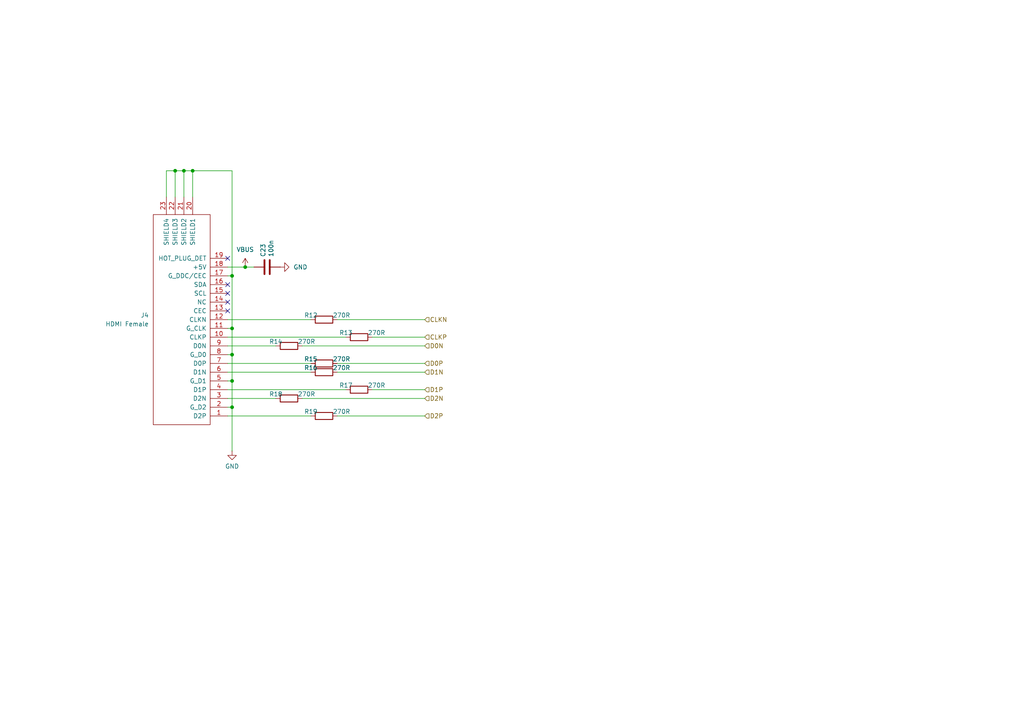
<source format=kicad_sch>
(kicad_sch (version 20250114) (generator "eeschema") (generator_version "9.0")
  (paper "A4")
  (title_block (title "Protea") (date "2025-04-03") (rev "2.04") (company "Mikhail Matveev") (comment 1 "https://github.com/xtremespb/frank"))
  (lib_symbols
    (symbol "Device:C" (pin_numbers (hide yes)) (pin_names (offset 0.254))
      (property "Reference" "C" (at 0.635 2.54 0))
      (property "Value" "C" (at 0.635 -2.54 0))
      (symbol "C_0_1"
        (polyline (pts (xy -2.032 0.762) (xy 2.032 0.762)) (stroke (width 0.508)))
        (polyline (pts (xy -2.032 -0.762) (xy 2.032 -0.762)) (stroke (width 0.508)))
      )
      (symbol "C_1_1"
        (pin passive line (at 0 3.81 270) (length 2.794) (name "~") (number "1"))
        (pin passive line (at 0 -3.81 90) (length 2.794) (name "~") (number "2"))
      )
    )
    (symbol "Device:R" (pin_numbers (hide yes)) (pin_names (offset 0))
      (property "Reference" "R" (at 2.032 0 90))
      (property "Value" "R" (at 0 0 90))
      (symbol "R_0_1"
        (rectangle (start -1.016 -2.54) (end 1.016 2.54) (stroke (width 0.254)))
      )
      (symbol "R_1_1"
        (pin passive line (at 0 3.81 270) (length 1.27) (name "~") (number "1"))
        (pin passive line (at 0 -3.81 90) (length 1.27) (name "~") (number "2"))
      )
    )
    (symbol "FRANK:HDMI" (pin_names (offset 1.016))
      (property "Reference" "HDMI1" (at 12.7 -16.5101 0))
      (property "Value" "HDMI" (at 12.7 -13.9701 0))
      (symbol "HDMI_0_1"
        (rectangle (start -5.08 15.24) (end 11.43 -45.72))
      )
      (symbol "HDMI_1_1"
        (pin input line (at -10.16 12.7 0) (length 5.08) (name "D2P") (number "1"))
        (pin input line (at -10.16 10.16 0) (length 5.08) (name "G_D2") (number "2"))
        (pin input line (at -10.16 7.62 0) (length 5.08) (name "D2N") (number "3"))
        (pin input line (at -10.16 5.08 0) (length 5.08) (name "D1P") (number "4"))
        (pin input line (at -10.16 2.54 0) (length 5.08) (name "G_D1") (number "5"))
        (pin input line (at -10.16 0 0) (length 5.08) (name "D1N") (number "6"))
        (pin input line (at -10.16 -2.54 0) (length 5.08) (name "D0P") (number "7"))
        (pin input line (at -10.16 -5.08 0) (length 5.08) (name "G_D0") (number "8"))
        (pin input line (at -10.16 -7.62 0) (length 5.08) (name "D0N") (number "9"))
        (pin input line (at -10.16 -10.16 0) (length 5.08) (name "CLKP") (number "10"))
        (pin input line (at -10.16 -12.7 0) (length 5.08) (name "G_CLK") (number "11"))
        (pin input line (at -10.16 -15.24 0) (length 5.08) (name "CLKN") (number "12"))
        (pin input line (at -10.16 -17.78 0) (length 5.08) (name "CEC") (number "13"))
        (pin input line (at -10.16 -20.32 0) (length 5.08) (name "NC") (number "14"))
        (pin input line (at -10.16 -22.86 0) (length 5.08) (name "SCL") (number "15"))
        (pin input line (at -10.16 -25.4 0) (length 5.08) (name "SDA") (number "16"))
        (pin input line (at -10.16 -27.94 0) (length 5.08) (name "G_DDC/CEC") (number "17"))
        (pin input line (at -10.16 -30.48 0) (length 5.08) (name "+5V") (number "18"))
        (pin input line (at -10.16 -33.02 0) (length 5.08) (name "HOT_PLUG_DET") (number "19"))
        (pin input line (at 0 -50.8 90) (length 5.08) (name "SHIELD1") (number "20"))
        (pin input line (at 2.54 -50.8 90) (length 5.08) (name "SHIELD2") (number "21"))
        (pin input line (at 5.08 -50.8 90) (length 5.08) (name "SHIELD3") (number "22"))
        (pin input line (at 7.62 -50.8 90) (length 5.08) (name "SHIELD4") (number "23"))
      )
    )
    (symbol "GND_1" (power) (pin_numbers (hide yes)) (pin_names (offset 0) (hide yes))
      (property "Value" "GND" (at 0 -3.81 0))
      (symbol "GND_1_0_1"
        (polyline (pts (xy 0 0) (xy 0 -1.27) (xy 1.27 -1.27) (xy 0 -2.54) (xy -1.27 -1.27) (xy 0 -1.27)))
      )
      (symbol "GND_1_1_1"
        (pin power_in line (at 0 0 270) (length 0) (name "~") (number "1"))
      )
    )
    (symbol "power:GND" (power) (pin_numbers (hide yes)) (pin_names (offset 0) (hide yes))
      (property "Value" "GND" (at 0 -3.81 0))
      (symbol "GND_0_1"
        (polyline (pts (xy 0 0) (xy 0 -1.27) (xy 1.27 -1.27) (xy 0 -2.54) (xy -1.27 -1.27) (xy 0 -1.27)))
      )
      (symbol "GND_1_1"
        (pin power_in line (at 0 0 270) (length 0) (name "~") (number "1"))
      )
    )
    (symbol "power:VBUS" (power) (pin_numbers (hide yes)) (pin_names (offset 0) (hide yes))
      (property "Value" "VBUS" (at 0 3.556 0))
      (symbol "VBUS_0_1"
        (polyline (pts (xy -0.762 1.27) (xy 0 2.54)))
        (polyline (pts (xy 0 2.54) (xy 0.762 1.27)))
        (polyline (pts (xy 0 0) (xy 0 2.54)))
      )
      (symbol "VBUS_1_1"
        (pin power_in line (at 0 0 90) (length 0) (name "~") (number "1"))
      )
    )
  )
  (junction (at 71.12 77.47))
  (junction (at 67.31 110.49))
  (junction (at 50.8 49.53))
  (junction (at 67.31 80.01))
  (junction (at 67.31 95.25))
  (junction (at 67.31 118.11))
  (junction (at 55.88 49.53))
  (junction (at 67.31 102.87))
  (junction (at 53.34 49.53))
  (no_connect (at 66.04 90.17))
  (no_connect (at 66.04 85.09))
  (no_connect (at 66.04 87.63))
  (no_connect (at 66.04 74.93))
  (no_connect (at 66.04 82.55))
  (wire (pts (xy 66.04 95.25) (xy 67.31 95.25)))
  (wire (pts (xy 67.31 110.49) (xy 67.31 118.11)))
  (wire (pts (xy 66.04 105.41) (xy 90.17 105.41)))
  (wire (pts (xy 87.63 115.57) (xy 123.19 115.57)))
  (wire (pts (xy 66.04 120.65) (xy 90.17 120.65)))
  (wire (pts (xy 66.04 102.87) (xy 67.31 102.87)))
  (wire (pts (xy 67.31 49.53) (xy 55.88 49.53)))
  (wire (pts (xy 53.34 49.53) (xy 53.34 57.15)))
  (wire (pts (xy 87.63 100.33) (xy 123.19 100.33)))
  (wire (pts (xy 55.88 49.53) (xy 53.34 49.53)))
  (wire (pts (xy 107.95 113.03) (xy 123.19 113.03)))
  (wire (pts (xy 67.31 102.87) (xy 67.31 110.49)))
  (wire (pts (xy 67.31 95.25) (xy 67.31 102.87)))
  (wire (pts (xy 97.79 107.95) (xy 123.19 107.95)))
  (wire (pts (xy 50.8 49.53) (xy 50.8 57.15)))
  (wire (pts (xy 66.04 92.71) (xy 90.17 92.71)))
  (wire (pts (xy 66.04 77.47) (xy 71.12 77.47)))
  (wire (pts (xy 66.04 113.03) (xy 100.33 113.03)))
  (wire (pts (xy 66.04 118.11) (xy 67.31 118.11)))
  (wire (pts (xy 67.31 118.11) (xy 67.31 130.81)))
  (wire (pts (xy 97.79 92.71) (xy 123.19 92.71)))
  (wire (pts (xy 97.79 105.41) (xy 123.19 105.41)))
  (wire (pts (xy 67.31 95.25) (xy 67.31 80.01)))
  (wire (pts (xy 50.8 49.53) (xy 48.26 49.53)))
  (wire (pts (xy 66.04 110.49) (xy 67.31 110.49)))
  (wire (pts (xy 66.04 80.01) (xy 67.31 80.01)))
  (wire (pts (xy 66.04 97.79) (xy 100.33 97.79)))
  (wire (pts (xy 67.31 80.01) (xy 67.31 49.53)))
  (wire (pts (xy 71.12 77.47) (xy 73.66 77.47)))
  (wire (pts (xy 107.95 97.79) (xy 123.19 97.79)))
  (wire (pts (xy 66.04 115.57) (xy 80.01 115.57)))
  (wire (pts (xy 53.34 49.53) (xy 50.8 49.53)))
  (wire (pts (xy 66.04 107.95) (xy 90.17 107.95)))
  (wire (pts (xy 48.26 49.53) (xy 48.26 57.15)))
  (wire (pts (xy 55.88 49.53) (xy 55.88 57.15)))
  (wire (pts (xy 97.79 120.65) (xy 123.19 120.65)))
  (wire (pts (xy 66.04 100.33) (xy 80.01 100.33)))
  (hierarchical_label "D2P" (shape input) (at 123.19 120.65 0))
  (hierarchical_label "CLKP" (shape input) (at 123.19 97.79 0))
  (hierarchical_label "D2N" (shape input) (at 123.19 115.57 0))
  (hierarchical_label "CLKN" (shape input) (at 123.19 92.71 0))
  (hierarchical_label "D0P" (shape input) (at 123.19 105.41 0))
  (hierarchical_label "D1P" (shape input) (at 123.19 113.03 0))
  (hierarchical_label "D0N" (shape input) (at 123.19 100.33 0))
  (hierarchical_label "D1N" (shape input) (at 123.19 107.95 0))
  (symbol (lib_id "Device:R") (at 93.98 105.41 90) (unit 1)
    (property "Reference" "R15" (at 90.17 104.14 90))
    (property "Value" "270R" (at 99.06 104.14 90))
    (property "Footprint" "FRANK:Resistor (0805)" (effects (hide yes)))
    (property "Datasheet" "https://www.vishay.com/docs/28952/mcs0402at-mct0603at-mcu0805at-mca1206at.pdf" (effects (hide yes)))
    (property "AliExpress" "https://www.aliexpress.com/item/1005005945735199.html" (effects (hide yes)))
  )
  (symbol (lib_id "Device:R") (at 104.14 113.03 90) (unit 1)
    (property "Reference" "R17" (at 100.33 111.76 90))
    (property "Value" "270R" (at 109.22 111.76 90))
    (property "Footprint" "FRANK:Resistor (0805)" (effects (hide yes)))
    (property "Datasheet" "https://www.vishay.com/docs/28952/mcs0402at-mct0603at-mcu0805at-mca1206at.pdf" (effects (hide yes)))
    (property "AliExpress" "https://www.aliexpress.com/item/1005005945735199.html" (effects (hide yes)))
  )
  (symbol (lib_id "Device:R") (at 93.98 92.71 90) (unit 1)
    (property "Reference" "R12" (at 90.17 91.44 90))
    (property "Value" "270R" (at 99.06 91.44 90))
    (property "Footprint" "FRANK:Resistor (0805)" (effects (hide yes)))
    (property "Datasheet" "https://www.vishay.com/docs/28952/mcs0402at-mct0603at-mcu0805at-mca1206at.pdf" (effects (hide yes)))
    (property "AliExpress" "https://www.aliexpress.com/item/1005005945735199.html" (effects (hide yes)))
  )
  (symbol (lib_id "power:VBUS") (at 71.12 77.47 0) (unit 1)
    (property "Reference" "#PWR040" (effects (hide yes)))
    (property "Value" "VBUS" (at 71.12 72.39 0))
    (property "Description" "Power symbol creates a global label with name \"VBUS\"" (effects (hide yes)))
  )
  (symbol (lib_id "Device:R") (at 93.98 107.95 90) (unit 1)
    (property "Reference" "R16" (at 90.17 106.68 90))
    (property "Value" "270R" (at 99.06 106.68 90))
    (property "Footprint" "FRANK:Resistor (0805)" (effects (hide yes)))
    (property "Datasheet" "https://www.vishay.com/docs/28952/mcs0402at-mct0603at-mcu0805at-mca1206at.pdf" (effects (hide yes)))
    (property "AliExpress" "https://www.aliexpress.com/item/1005005945735199.html" (effects (hide yes)))
  )
  (symbol (lib_id "Device:C") (at 77.47 77.47 90) (unit 1)
    (property "Reference" "C23" (at 76.3016 74.549 0) (effects (justify left)))
    (property "Value" "100n" (at 78.613 74.549 0) (effects (justify left)))
    (property "Footprint" "FRANK:Capacitor (0805)" (effects (hide yes)))
    (property "Datasheet" "https://eu.mouser.com/datasheet/2/40/KGM_X7R-3223212.pdf" (effects (hide yes)))
    (property "AliExpress" "https://www.aliexpress.com/item/33008008276.html" (effects (hide yes)))
  )
  (symbol (lib_id "Device:R") (at 83.82 100.33 90) (unit 1)
    (property "Reference" "R14" (at 80.01 99.06 90))
    (property "Value" "270R" (at 88.9 99.06 90))
    (property "Footprint" "FRANK:Resistor (0805)" (effects (hide yes)))
    (property "Datasheet" "https://www.vishay.com/docs/28952/mcs0402at-mct0603at-mcu0805at-mca1206at.pdf" (effects (hide yes)))
    (property "AliExpress" "https://www.aliexpress.com/item/1005005945735199.html" (effects (hide yes)))
  )
  (symbol (lib_id "power:GND") (at 67.31 130.81 0) (unit 1)
    (property "Reference" "#PWR042" (effects (hide yes)))
    (property "Value" "GND" (at 67.31 135.2534 0))
    (property "Description" "Power symbol creates a global label with name \"GND\" , ground" (effects (hide yes)))
  )
  (symbol (lib_name "GND_1") (lib_id "power:GND") (at 81.28 77.47 90) (unit 1)
    (property "Reference" "#PWR041" (effects (hide yes)))
    (property "Value" "GND" (at 85.09 77.4699 90) (effects (justify right)))
    (property "Description" "Power symbol creates a global label with name \"GND\" , ground" (effects (hide yes)))
  )
  (symbol (lib_id "Device:R") (at 104.14 97.79 90) (unit 1)
    (property "Reference" "R13" (at 100.33 96.52 90))
    (property "Value" "270R" (at 109.22 96.52 90))
    (property "Footprint" "FRANK:Resistor (0805)" (effects (hide yes)))
    (property "Datasheet" "https://www.vishay.com/docs/28952/mcs0402at-mct0603at-mcu0805at-mca1206at.pdf" (effects (hide yes)))
    (property "AliExpress" "https://www.aliexpress.com/item/1005005945735199.html" (effects (hide yes)))
  )
  (symbol (lib_id "FRANK:HDMI") (at 55.88 107.95 180) (unit 1)
    (property "Reference" "J4" (at 43.18 91.4399 0) (effects (justify left)))
    (property "Value" "HDMI Female" (at 43.18 93.9799 0) (effects (justify left)))
    (property "Footprint" "FRANK:HDMI (female)" (effects (hide yes)))
    (property "Datasheet" "https://eu.mouser.com/datasheet/2/418/8/ENG_CD_1747981_G-2018509.pdf" (effects (hide yes)))
    (property "AliExpress" "https://www.aliexpress.com/item/1005005248842433.html" (effects (hide yes)))
  )
  (symbol (lib_id "Device:R") (at 93.98 120.65 90) (unit 1)
    (property "Reference" "R19" (at 90.17 119.38 90))
    (property "Value" "270R" (at 99.06 119.38 90))
    (property "Footprint" "FRANK:Resistor (0805)" (effects (hide yes)))
    (property "Datasheet" "https://www.vishay.com/docs/28952/mcs0402at-mct0603at-mcu0805at-mca1206at.pdf" (effects (hide yes)))
    (property "AliExpress" "https://www.aliexpress.com/item/1005005945735199.html" (effects (hide yes)))
  )
  (symbol (lib_id "Device:R") (at 83.82 115.57 90) (unit 1)
    (property "Reference" "R18" (at 80.01 114.3 90))
    (property "Value" "270R" (at 88.9 114.3 90))
    (property "Footprint" "FRANK:Resistor (0805)" (effects (hide yes)))
    (property "Datasheet" "https://www.vishay.com/docs/28952/mcs0402at-mct0603at-mcu0805at-mca1206at.pdf" (effects (hide yes)))
    (property "AliExpress" "https://www.aliexpress.com/item/1005005945735199.html" (effects (hide yes)))
  )
)
</source>
